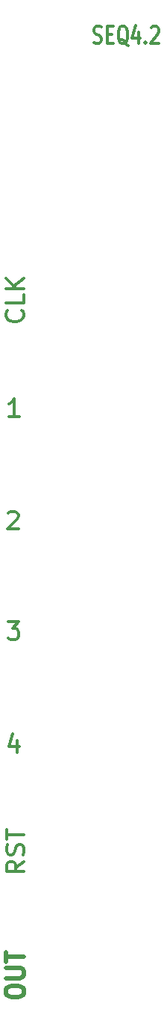
<source format=gts>
G04 #@! TF.GenerationSoftware,KiCad,Pcbnew,5.1.7-a382d34a8~87~ubuntu18.04.1*
G04 #@! TF.CreationDate,2021-01-14T14:13:34+00:00*
G04 #@! TF.ProjectId,seq4.2-panel,73657134-2e32-42d7-9061-6e656c2e6b69,rev?*
G04 #@! TF.SameCoordinates,Original*
G04 #@! TF.FileFunction,Soldermask,Top*
G04 #@! TF.FilePolarity,Negative*
%FSLAX46Y46*%
G04 Gerber Fmt 4.6, Leading zero omitted, Abs format (unit mm)*
G04 Created by KiCad (PCBNEW 5.1.7-a382d34a8~87~ubuntu18.04.1) date 2021-01-14 14:13:34*
%MOMM*%
%LPD*%
G01*
G04 APERTURE LIST*
%ADD10C,0.500000*%
%ADD11C,0.300000*%
G04 APERTURE END LIST*
D10*
X102333561Y-151377400D02*
X102333561Y-150996447D01*
X102428800Y-150805971D01*
X102619276Y-150615495D01*
X103000228Y-150520257D01*
X103666895Y-150520257D01*
X104047847Y-150615495D01*
X104238323Y-150805971D01*
X104333561Y-150996447D01*
X104333561Y-151377400D01*
X104238323Y-151567876D01*
X104047847Y-151758352D01*
X103666895Y-151853590D01*
X103000228Y-151853590D01*
X102619276Y-151758352D01*
X102428800Y-151567876D01*
X102333561Y-151377400D01*
X102333561Y-149663114D02*
X103952609Y-149663114D01*
X104143085Y-149567876D01*
X104238323Y-149472638D01*
X104333561Y-149282161D01*
X104333561Y-148901209D01*
X104238323Y-148710733D01*
X104143085Y-148615495D01*
X103952609Y-148520257D01*
X102333561Y-148520257D01*
X102333561Y-147853590D02*
X102333561Y-146710733D01*
X104333561Y-147282161D02*
X102333561Y-147282161D01*
D11*
X104371661Y-136464538D02*
X103419280Y-137131204D01*
X104371661Y-137607395D02*
X102371661Y-137607395D01*
X102371661Y-136845490D01*
X102466900Y-136655014D01*
X102562138Y-136559776D01*
X102752614Y-136464538D01*
X103038328Y-136464538D01*
X103228804Y-136559776D01*
X103324042Y-136655014D01*
X103419280Y-136845490D01*
X103419280Y-137607395D01*
X104276423Y-135702633D02*
X104371661Y-135416919D01*
X104371661Y-134940728D01*
X104276423Y-134750252D01*
X104181185Y-134655014D01*
X103990709Y-134559776D01*
X103800233Y-134559776D01*
X103609757Y-134655014D01*
X103514519Y-134750252D01*
X103419280Y-134940728D01*
X103324042Y-135321680D01*
X103228804Y-135512157D01*
X103133566Y-135607395D01*
X102943090Y-135702633D01*
X102752614Y-135702633D01*
X102562138Y-135607395D01*
X102466900Y-135512157D01*
X102371661Y-135321680D01*
X102371661Y-134845490D01*
X102466900Y-134559776D01*
X102371661Y-133988347D02*
X102371661Y-132845490D01*
X104371661Y-133416919D02*
X102371661Y-133416919D01*
X103593852Y-122799528D02*
X103593852Y-124132861D01*
X103117661Y-122037623D02*
X102641471Y-123466195D01*
X103879566Y-123466195D01*
X102546233Y-109343961D02*
X103784328Y-109343961D01*
X103117661Y-110105866D01*
X103403376Y-110105866D01*
X103593852Y-110201104D01*
X103689090Y-110296342D01*
X103784328Y-110486819D01*
X103784328Y-110963009D01*
X103689090Y-111153485D01*
X103593852Y-111248723D01*
X103403376Y-111343961D01*
X102831947Y-111343961D01*
X102641471Y-111248723D01*
X102546233Y-111153485D01*
X102577971Y-97037638D02*
X102673209Y-96942400D01*
X102863685Y-96847161D01*
X103339876Y-96847161D01*
X103530352Y-96942400D01*
X103625590Y-97037638D01*
X103720828Y-97228114D01*
X103720828Y-97418590D01*
X103625590Y-97704304D01*
X102482733Y-98847161D01*
X103720828Y-98847161D01*
X103809728Y-86083661D02*
X102666871Y-86083661D01*
X103238300Y-86083661D02*
X103238300Y-84083661D01*
X103047823Y-84369376D01*
X102857347Y-84559852D01*
X102666871Y-84655090D01*
X104130385Y-74113876D02*
X104225623Y-74209114D01*
X104320861Y-74494828D01*
X104320861Y-74685304D01*
X104225623Y-74971019D01*
X104035147Y-75161495D01*
X103844671Y-75256733D01*
X103463719Y-75351971D01*
X103178004Y-75351971D01*
X102797052Y-75256733D01*
X102606576Y-75161495D01*
X102416100Y-74971019D01*
X102320861Y-74685304D01*
X102320861Y-74494828D01*
X102416100Y-74209114D01*
X102511338Y-74113876D01*
X104320861Y-72304352D02*
X104320861Y-73256733D01*
X102320861Y-73256733D01*
X104320861Y-71637685D02*
X102320861Y-71637685D01*
X104320861Y-70494828D02*
X103178004Y-71351971D01*
X102320861Y-70494828D02*
X103463719Y-71637685D01*
X112310528Y-43811723D02*
X112524814Y-43906961D01*
X112881957Y-43906961D01*
X113024814Y-43811723D01*
X113096242Y-43716485D01*
X113167671Y-43526009D01*
X113167671Y-43335533D01*
X113096242Y-43145057D01*
X113024814Y-43049819D01*
X112881957Y-42954580D01*
X112596242Y-42859342D01*
X112453385Y-42764104D01*
X112381957Y-42668866D01*
X112310528Y-42478390D01*
X112310528Y-42287914D01*
X112381957Y-42097438D01*
X112453385Y-42002200D01*
X112596242Y-41906961D01*
X112953385Y-41906961D01*
X113167671Y-42002200D01*
X113810528Y-42859342D02*
X114310528Y-42859342D01*
X114524814Y-43906961D02*
X113810528Y-43906961D01*
X113810528Y-41906961D01*
X114524814Y-41906961D01*
X116167671Y-44097438D02*
X116024814Y-44002200D01*
X115881957Y-43811723D01*
X115667671Y-43526009D01*
X115524814Y-43430771D01*
X115381957Y-43430771D01*
X115453385Y-43906961D02*
X115310528Y-43811723D01*
X115167671Y-43621247D01*
X115096242Y-43240295D01*
X115096242Y-42573628D01*
X115167671Y-42192676D01*
X115310528Y-42002200D01*
X115453385Y-41906961D01*
X115739100Y-41906961D01*
X115881957Y-42002200D01*
X116024814Y-42192676D01*
X116096242Y-42573628D01*
X116096242Y-43240295D01*
X116024814Y-43621247D01*
X115881957Y-43811723D01*
X115739100Y-43906961D01*
X115453385Y-43906961D01*
X117381957Y-42573628D02*
X117381957Y-43906961D01*
X117024814Y-41811723D02*
X116667671Y-43240295D01*
X117596242Y-43240295D01*
X118167671Y-43716485D02*
X118239100Y-43811723D01*
X118167671Y-43906961D01*
X118096242Y-43811723D01*
X118167671Y-43716485D01*
X118167671Y-43906961D01*
X118810528Y-42097438D02*
X118881957Y-42002200D01*
X119024814Y-41906961D01*
X119381957Y-41906961D01*
X119524814Y-42002200D01*
X119596242Y-42097438D01*
X119667671Y-42287914D01*
X119667671Y-42478390D01*
X119596242Y-42764104D01*
X118739100Y-43906961D01*
X119667671Y-43906961D01*
D10*
X102333561Y-151377400D02*
X102333561Y-150996447D01*
X102428800Y-150805971D01*
X102619276Y-150615495D01*
X103000228Y-150520257D01*
X103666895Y-150520257D01*
X104047847Y-150615495D01*
X104238323Y-150805971D01*
X104333561Y-150996447D01*
X104333561Y-151377400D01*
X104238323Y-151567876D01*
X104047847Y-151758352D01*
X103666895Y-151853590D01*
X103000228Y-151853590D01*
X102619276Y-151758352D01*
X102428800Y-151567876D01*
X102333561Y-151377400D01*
X102333561Y-149663114D02*
X103952609Y-149663114D01*
X104143085Y-149567876D01*
X104238323Y-149472638D01*
X104333561Y-149282161D01*
X104333561Y-148901209D01*
X104238323Y-148710733D01*
X104143085Y-148615495D01*
X103952609Y-148520257D01*
X102333561Y-148520257D01*
X102333561Y-147853590D02*
X102333561Y-146710733D01*
X104333561Y-147282161D02*
X102333561Y-147282161D01*
D11*
X104371661Y-136464538D02*
X103419280Y-137131204D01*
X104371661Y-137607395D02*
X102371661Y-137607395D01*
X102371661Y-136845490D01*
X102466900Y-136655014D01*
X102562138Y-136559776D01*
X102752614Y-136464538D01*
X103038328Y-136464538D01*
X103228804Y-136559776D01*
X103324042Y-136655014D01*
X103419280Y-136845490D01*
X103419280Y-137607395D01*
X104276423Y-135702633D02*
X104371661Y-135416919D01*
X104371661Y-134940728D01*
X104276423Y-134750252D01*
X104181185Y-134655014D01*
X103990709Y-134559776D01*
X103800233Y-134559776D01*
X103609757Y-134655014D01*
X103514519Y-134750252D01*
X103419280Y-134940728D01*
X103324042Y-135321680D01*
X103228804Y-135512157D01*
X103133566Y-135607395D01*
X102943090Y-135702633D01*
X102752614Y-135702633D01*
X102562138Y-135607395D01*
X102466900Y-135512157D01*
X102371661Y-135321680D01*
X102371661Y-134845490D01*
X102466900Y-134559776D01*
X102371661Y-133988347D02*
X102371661Y-132845490D01*
X104371661Y-133416919D02*
X102371661Y-133416919D01*
X103593852Y-122799528D02*
X103593852Y-124132861D01*
X103117661Y-122037623D02*
X102641471Y-123466195D01*
X103879566Y-123466195D01*
X102546233Y-109343961D02*
X103784328Y-109343961D01*
X103117661Y-110105866D01*
X103403376Y-110105866D01*
X103593852Y-110201104D01*
X103689090Y-110296342D01*
X103784328Y-110486819D01*
X103784328Y-110963009D01*
X103689090Y-111153485D01*
X103593852Y-111248723D01*
X103403376Y-111343961D01*
X102831947Y-111343961D01*
X102641471Y-111248723D01*
X102546233Y-111153485D01*
X102577971Y-97037638D02*
X102673209Y-96942400D01*
X102863685Y-96847161D01*
X103339876Y-96847161D01*
X103530352Y-96942400D01*
X103625590Y-97037638D01*
X103720828Y-97228114D01*
X103720828Y-97418590D01*
X103625590Y-97704304D01*
X102482733Y-98847161D01*
X103720828Y-98847161D01*
X103809728Y-86083661D02*
X102666871Y-86083661D01*
X103238300Y-86083661D02*
X103238300Y-84083661D01*
X103047823Y-84369376D01*
X102857347Y-84559852D01*
X102666871Y-84655090D01*
X104130385Y-74113876D02*
X104225623Y-74209114D01*
X104320861Y-74494828D01*
X104320861Y-74685304D01*
X104225623Y-74971019D01*
X104035147Y-75161495D01*
X103844671Y-75256733D01*
X103463719Y-75351971D01*
X103178004Y-75351971D01*
X102797052Y-75256733D01*
X102606576Y-75161495D01*
X102416100Y-74971019D01*
X102320861Y-74685304D01*
X102320861Y-74494828D01*
X102416100Y-74209114D01*
X102511338Y-74113876D01*
X104320861Y-72304352D02*
X104320861Y-73256733D01*
X102320861Y-73256733D01*
X104320861Y-71637685D02*
X102320861Y-71637685D01*
X104320861Y-70494828D02*
X103178004Y-71351971D01*
X102320861Y-70494828D02*
X103463719Y-71637685D01*
X112310528Y-43811723D02*
X112524814Y-43906961D01*
X112881957Y-43906961D01*
X113024814Y-43811723D01*
X113096242Y-43716485D01*
X113167671Y-43526009D01*
X113167671Y-43335533D01*
X113096242Y-43145057D01*
X113024814Y-43049819D01*
X112881957Y-42954580D01*
X112596242Y-42859342D01*
X112453385Y-42764104D01*
X112381957Y-42668866D01*
X112310528Y-42478390D01*
X112310528Y-42287914D01*
X112381957Y-42097438D01*
X112453385Y-42002200D01*
X112596242Y-41906961D01*
X112953385Y-41906961D01*
X113167671Y-42002200D01*
X113810528Y-42859342D02*
X114310528Y-42859342D01*
X114524814Y-43906961D02*
X113810528Y-43906961D01*
X113810528Y-41906961D01*
X114524814Y-41906961D01*
X116167671Y-44097438D02*
X116024814Y-44002200D01*
X115881957Y-43811723D01*
X115667671Y-43526009D01*
X115524814Y-43430771D01*
X115381957Y-43430771D01*
X115453385Y-43906961D02*
X115310528Y-43811723D01*
X115167671Y-43621247D01*
X115096242Y-43240295D01*
X115096242Y-42573628D01*
X115167671Y-42192676D01*
X115310528Y-42002200D01*
X115453385Y-41906961D01*
X115739100Y-41906961D01*
X115881957Y-42002200D01*
X116024814Y-42192676D01*
X116096242Y-42573628D01*
X116096242Y-43240295D01*
X116024814Y-43621247D01*
X115881957Y-43811723D01*
X115739100Y-43906961D01*
X115453385Y-43906961D01*
X117381957Y-42573628D02*
X117381957Y-43906961D01*
X117024814Y-41811723D02*
X116667671Y-43240295D01*
X117596242Y-43240295D01*
X118167671Y-43716485D02*
X118239100Y-43811723D01*
X118167671Y-43906961D01*
X118096242Y-43811723D01*
X118167671Y-43716485D01*
X118167671Y-43906961D01*
X118810528Y-42097438D02*
X118881957Y-42002200D01*
X119024814Y-41906961D01*
X119381957Y-41906961D01*
X119524814Y-42002200D01*
X119596242Y-42097438D01*
X119667671Y-42287914D01*
X119667671Y-42478390D01*
X119596242Y-42764104D01*
X118739100Y-43906961D01*
X119667671Y-43906961D01*
M02*

</source>
